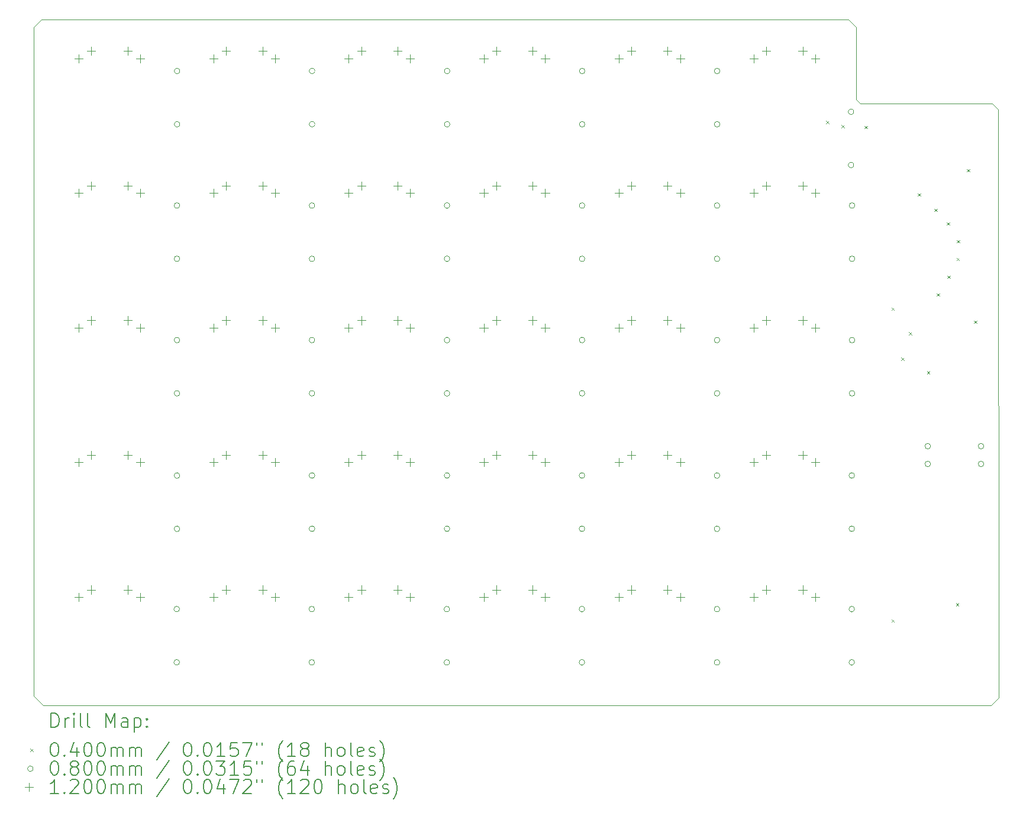
<source format=gbr>
%TF.GenerationSoftware,KiCad,Pcbnew,(6.0.8)*%
%TF.CreationDate,2023-02-14T18:00:57+07:00*%
%TF.ProjectId,dongle_256o,646f6e67-6c65-45f3-9235-366f2e6b6963,rev?*%
%TF.SameCoordinates,Original*%
%TF.FileFunction,Drillmap*%
%TF.FilePolarity,Positive*%
%FSLAX45Y45*%
G04 Gerber Fmt 4.5, Leading zero omitted, Abs format (unit mm)*
G04 Created by KiCad (PCBNEW (6.0.8)) date 2023-02-14 18:00:57*
%MOMM*%
%LPD*%
G01*
G04 APERTURE LIST*
%ADD10C,0.100000*%
%ADD11C,0.200000*%
%ADD12C,0.040000*%
%ADD13C,0.080000*%
%ADD14C,0.120000*%
G04 APERTURE END LIST*
D10*
X16510000Y-5295000D02*
X16595000Y-5380000D01*
X14451000Y-4092000D02*
X14562000Y-4203000D01*
X2791000Y-4201000D02*
X2796000Y-13763000D01*
X14562000Y-4203000D02*
X14562000Y-5232000D01*
X16600000Y-13790000D02*
X16491000Y-13899000D01*
X2932000Y-13899000D02*
X16491000Y-13899000D01*
X2796000Y-13763000D02*
X2932000Y-13899000D01*
X16595000Y-5380000D02*
X16600000Y-13790000D01*
X2900000Y-4092000D02*
X2791000Y-4201000D01*
X2900000Y-4092000D02*
X14451000Y-4092000D01*
X14625000Y-5295000D02*
X16510000Y-5295000D01*
X14562000Y-5232000D02*
X14625000Y-5295000D01*
D11*
D12*
X14130000Y-5540000D02*
X14170000Y-5580000D01*
X14170000Y-5540000D02*
X14130000Y-5580000D01*
X14350000Y-5600000D02*
X14390000Y-5640000D01*
X14390000Y-5600000D02*
X14350000Y-5640000D01*
X14685000Y-5610000D02*
X14725000Y-5650000D01*
X14725000Y-5610000D02*
X14685000Y-5650000D01*
X15066500Y-8210000D02*
X15106500Y-8250000D01*
X15106500Y-8210000D02*
X15066500Y-8250000D01*
X15066500Y-12671500D02*
X15106500Y-12711500D01*
X15106500Y-12671500D02*
X15066500Y-12711500D01*
X15210000Y-8925000D02*
X15250000Y-8965000D01*
X15250000Y-8925000D02*
X15210000Y-8965000D01*
X15320000Y-8560000D02*
X15360000Y-8600000D01*
X15360000Y-8560000D02*
X15320000Y-8600000D01*
X15445000Y-6575000D02*
X15485000Y-6615000D01*
X15485000Y-6575000D02*
X15445000Y-6615000D01*
X15575000Y-9120000D02*
X15615000Y-9160000D01*
X15615000Y-9120000D02*
X15575000Y-9160000D01*
X15680000Y-6795000D02*
X15720000Y-6835000D01*
X15720000Y-6795000D02*
X15680000Y-6835000D01*
X15713500Y-8006500D02*
X15753500Y-8046500D01*
X15753500Y-8006500D02*
X15713500Y-8046500D01*
X15859500Y-6990500D02*
X15899500Y-7030500D01*
X15899500Y-6990500D02*
X15859500Y-7030500D01*
X15865000Y-7752500D02*
X15905000Y-7792500D01*
X15905000Y-7752500D02*
X15865000Y-7792500D01*
X15990000Y-12440000D02*
X16030000Y-12480000D01*
X16030000Y-12440000D02*
X15990000Y-12480000D01*
X16000000Y-7498500D02*
X16040000Y-7538500D01*
X16040000Y-7498500D02*
X16000000Y-7538500D01*
X16005000Y-7244500D02*
X16045000Y-7284500D01*
X16045000Y-7244500D02*
X16005000Y-7284500D01*
X16150000Y-6228500D02*
X16190000Y-6268500D01*
X16190000Y-6228500D02*
X16150000Y-6268500D01*
X16251250Y-8396250D02*
X16291250Y-8436250D01*
X16291250Y-8396250D02*
X16251250Y-8436250D01*
D13*
X4879800Y-12524750D02*
G75*
G03*
X4879800Y-12524750I-40000J0D01*
G01*
X4879800Y-13286750D02*
G75*
G03*
X4879800Y-13286750I-40000J0D01*
G01*
X4883800Y-6750500D02*
G75*
G03*
X4883800Y-6750500I-40000J0D01*
G01*
X4883800Y-7512500D02*
G75*
G03*
X4883800Y-7512500I-40000J0D01*
G01*
X4883800Y-8675250D02*
G75*
G03*
X4883800Y-8675250I-40000J0D01*
G01*
X4883800Y-9437250D02*
G75*
G03*
X4883800Y-9437250I-40000J0D01*
G01*
X4883800Y-10613000D02*
G75*
G03*
X4883800Y-10613000I-40000J0D01*
G01*
X4883800Y-11375000D02*
G75*
G03*
X4883800Y-11375000I-40000J0D01*
G01*
X4885800Y-4825750D02*
G75*
G03*
X4885800Y-4825750I-40000J0D01*
G01*
X4885800Y-5587750D02*
G75*
G03*
X4885800Y-5587750I-40000J0D01*
G01*
X6812600Y-12524750D02*
G75*
G03*
X6812600Y-12524750I-40000J0D01*
G01*
X6812600Y-13286750D02*
G75*
G03*
X6812600Y-13286750I-40000J0D01*
G01*
X6815800Y-6750500D02*
G75*
G03*
X6815800Y-6750500I-40000J0D01*
G01*
X6815800Y-7512500D02*
G75*
G03*
X6815800Y-7512500I-40000J0D01*
G01*
X6815800Y-8675250D02*
G75*
G03*
X6815800Y-8675250I-40000J0D01*
G01*
X6815800Y-9437250D02*
G75*
G03*
X6815800Y-9437250I-40000J0D01*
G01*
X6815800Y-10613000D02*
G75*
G03*
X6815800Y-10613000I-40000J0D01*
G01*
X6815800Y-11375000D02*
G75*
G03*
X6815800Y-11375000I-40000J0D01*
G01*
X6817400Y-4825750D02*
G75*
G03*
X6817400Y-4825750I-40000J0D01*
G01*
X6817400Y-5587750D02*
G75*
G03*
X6817400Y-5587750I-40000J0D01*
G01*
X8745400Y-12524750D02*
G75*
G03*
X8745400Y-12524750I-40000J0D01*
G01*
X8745400Y-13286750D02*
G75*
G03*
X8745400Y-13286750I-40000J0D01*
G01*
X8747800Y-6750500D02*
G75*
G03*
X8747800Y-6750500I-40000J0D01*
G01*
X8747800Y-7512500D02*
G75*
G03*
X8747800Y-7512500I-40000J0D01*
G01*
X8747800Y-8675250D02*
G75*
G03*
X8747800Y-8675250I-40000J0D01*
G01*
X8747800Y-9437250D02*
G75*
G03*
X8747800Y-9437250I-40000J0D01*
G01*
X8747800Y-10613000D02*
G75*
G03*
X8747800Y-10613000I-40000J0D01*
G01*
X8747800Y-11375000D02*
G75*
G03*
X8747800Y-11375000I-40000J0D01*
G01*
X8749000Y-4825750D02*
G75*
G03*
X8749000Y-4825750I-40000J0D01*
G01*
X8749000Y-5587750D02*
G75*
G03*
X8749000Y-5587750I-40000J0D01*
G01*
X10678200Y-12524750D02*
G75*
G03*
X10678200Y-12524750I-40000J0D01*
G01*
X10678200Y-13286750D02*
G75*
G03*
X10678200Y-13286750I-40000J0D01*
G01*
X10679800Y-6750500D02*
G75*
G03*
X10679800Y-6750500I-40000J0D01*
G01*
X10679800Y-7512500D02*
G75*
G03*
X10679800Y-7512500I-40000J0D01*
G01*
X10679800Y-8675250D02*
G75*
G03*
X10679800Y-8675250I-40000J0D01*
G01*
X10679800Y-9437250D02*
G75*
G03*
X10679800Y-9437250I-40000J0D01*
G01*
X10679800Y-10613000D02*
G75*
G03*
X10679800Y-10613000I-40000J0D01*
G01*
X10679800Y-11375000D02*
G75*
G03*
X10679800Y-11375000I-40000J0D01*
G01*
X10680600Y-4825750D02*
G75*
G03*
X10680600Y-4825750I-40000J0D01*
G01*
X10680600Y-5587750D02*
G75*
G03*
X10680600Y-5587750I-40000J0D01*
G01*
X12611000Y-12524750D02*
G75*
G03*
X12611000Y-12524750I-40000J0D01*
G01*
X12611000Y-13286750D02*
G75*
G03*
X12611000Y-13286750I-40000J0D01*
G01*
X12611800Y-6750500D02*
G75*
G03*
X12611800Y-6750500I-40000J0D01*
G01*
X12611800Y-7512500D02*
G75*
G03*
X12611800Y-7512500I-40000J0D01*
G01*
X12611800Y-8675250D02*
G75*
G03*
X12611800Y-8675250I-40000J0D01*
G01*
X12611800Y-9437250D02*
G75*
G03*
X12611800Y-9437250I-40000J0D01*
G01*
X12611800Y-10613000D02*
G75*
G03*
X12611800Y-10613000I-40000J0D01*
G01*
X12611800Y-11375000D02*
G75*
G03*
X12611800Y-11375000I-40000J0D01*
G01*
X12612200Y-4825750D02*
G75*
G03*
X12612200Y-4825750I-40000J0D01*
G01*
X12612200Y-5587750D02*
G75*
G03*
X12612200Y-5587750I-40000J0D01*
G01*
X14530000Y-5409000D02*
G75*
G03*
X14530000Y-5409000I-40000J0D01*
G01*
X14530000Y-6171000D02*
G75*
G03*
X14530000Y-6171000I-40000J0D01*
G01*
X14540000Y-10613000D02*
G75*
G03*
X14540000Y-10613000I-40000J0D01*
G01*
X14540000Y-11375000D02*
G75*
G03*
X14540000Y-11375000I-40000J0D01*
G01*
X14540000Y-12524750D02*
G75*
G03*
X14540000Y-12524750I-40000J0D01*
G01*
X14540000Y-13286750D02*
G75*
G03*
X14540000Y-13286750I-40000J0D01*
G01*
X14543800Y-6750500D02*
G75*
G03*
X14543800Y-6750500I-40000J0D01*
G01*
X14543800Y-7512500D02*
G75*
G03*
X14543800Y-7512500I-40000J0D01*
G01*
X14543800Y-8675250D02*
G75*
G03*
X14543800Y-8675250I-40000J0D01*
G01*
X14543800Y-9437250D02*
G75*
G03*
X14543800Y-9437250I-40000J0D01*
G01*
X15628000Y-10193500D02*
G75*
G03*
X15628000Y-10193500I-40000J0D01*
G01*
X15628000Y-10447500D02*
G75*
G03*
X15628000Y-10447500I-40000J0D01*
G01*
X16390000Y-10193500D02*
G75*
G03*
X16390000Y-10193500I-40000J0D01*
G01*
X16390000Y-10447500D02*
G75*
G03*
X16390000Y-10447500I-40000J0D01*
G01*
D14*
X3437000Y-4585725D02*
X3437000Y-4705725D01*
X3377000Y-4645725D02*
X3497000Y-4645725D01*
X3437000Y-6512300D02*
X3437000Y-6632300D01*
X3377000Y-6572300D02*
X3497000Y-6572300D01*
X3437000Y-8438875D02*
X3437000Y-8558875D01*
X3377000Y-8498875D02*
X3497000Y-8498875D01*
X3437000Y-10365450D02*
X3437000Y-10485450D01*
X3377000Y-10425450D02*
X3497000Y-10425450D01*
X3437000Y-12292025D02*
X3437000Y-12412025D01*
X3377000Y-12352025D02*
X3497000Y-12352025D01*
X3617000Y-4480725D02*
X3617000Y-4600725D01*
X3557000Y-4540725D02*
X3677000Y-4540725D01*
X3617000Y-6407300D02*
X3617000Y-6527300D01*
X3557000Y-6467300D02*
X3677000Y-6467300D01*
X3617000Y-8333875D02*
X3617000Y-8453875D01*
X3557000Y-8393875D02*
X3677000Y-8393875D01*
X3617000Y-10260450D02*
X3617000Y-10380450D01*
X3557000Y-10320450D02*
X3677000Y-10320450D01*
X3617000Y-12187025D02*
X3617000Y-12307025D01*
X3557000Y-12247025D02*
X3677000Y-12247025D01*
X4137000Y-4480725D02*
X4137000Y-4600725D01*
X4077000Y-4540725D02*
X4197000Y-4540725D01*
X4137000Y-6407300D02*
X4137000Y-6527300D01*
X4077000Y-6467300D02*
X4197000Y-6467300D01*
X4137000Y-8333875D02*
X4137000Y-8453875D01*
X4077000Y-8393875D02*
X4197000Y-8393875D01*
X4137000Y-10260450D02*
X4137000Y-10380450D01*
X4077000Y-10320450D02*
X4197000Y-10320450D01*
X4137000Y-12187025D02*
X4137000Y-12307025D01*
X4077000Y-12247025D02*
X4197000Y-12247025D01*
X4317000Y-4585725D02*
X4317000Y-4705725D01*
X4257000Y-4645725D02*
X4377000Y-4645725D01*
X4317000Y-6512300D02*
X4317000Y-6632300D01*
X4257000Y-6572300D02*
X4377000Y-6572300D01*
X4317000Y-8438875D02*
X4317000Y-8558875D01*
X4257000Y-8498875D02*
X4377000Y-8498875D01*
X4317000Y-10365450D02*
X4317000Y-10485450D01*
X4257000Y-10425450D02*
X4377000Y-10425450D01*
X4317000Y-12292025D02*
X4317000Y-12412025D01*
X4257000Y-12352025D02*
X4377000Y-12352025D01*
X5369000Y-4585725D02*
X5369000Y-4705725D01*
X5309000Y-4645725D02*
X5429000Y-4645725D01*
X5369000Y-6512300D02*
X5369000Y-6632300D01*
X5309000Y-6572300D02*
X5429000Y-6572300D01*
X5369000Y-8438875D02*
X5369000Y-8558875D01*
X5309000Y-8498875D02*
X5429000Y-8498875D01*
X5369000Y-10365450D02*
X5369000Y-10485450D01*
X5309000Y-10425450D02*
X5429000Y-10425450D01*
X5369000Y-12292025D02*
X5369000Y-12412025D01*
X5309000Y-12352025D02*
X5429000Y-12352025D01*
X5549000Y-4480725D02*
X5549000Y-4600725D01*
X5489000Y-4540725D02*
X5609000Y-4540725D01*
X5549000Y-6407300D02*
X5549000Y-6527300D01*
X5489000Y-6467300D02*
X5609000Y-6467300D01*
X5549000Y-8333875D02*
X5549000Y-8453875D01*
X5489000Y-8393875D02*
X5609000Y-8393875D01*
X5549000Y-10260450D02*
X5549000Y-10380450D01*
X5489000Y-10320450D02*
X5609000Y-10320450D01*
X5549000Y-12187025D02*
X5549000Y-12307025D01*
X5489000Y-12247025D02*
X5609000Y-12247025D01*
X6069000Y-4480725D02*
X6069000Y-4600725D01*
X6009000Y-4540725D02*
X6129000Y-4540725D01*
X6069000Y-6407300D02*
X6069000Y-6527300D01*
X6009000Y-6467300D02*
X6129000Y-6467300D01*
X6069000Y-8333875D02*
X6069000Y-8453875D01*
X6009000Y-8393875D02*
X6129000Y-8393875D01*
X6069000Y-10260450D02*
X6069000Y-10380450D01*
X6009000Y-10320450D02*
X6129000Y-10320450D01*
X6069000Y-12187025D02*
X6069000Y-12307025D01*
X6009000Y-12247025D02*
X6129000Y-12247025D01*
X6249000Y-4585725D02*
X6249000Y-4705725D01*
X6189000Y-4645725D02*
X6309000Y-4645725D01*
X6249000Y-6512300D02*
X6249000Y-6632300D01*
X6189000Y-6572300D02*
X6309000Y-6572300D01*
X6249000Y-8438875D02*
X6249000Y-8558875D01*
X6189000Y-8498875D02*
X6309000Y-8498875D01*
X6249000Y-10365450D02*
X6249000Y-10485450D01*
X6189000Y-10425450D02*
X6309000Y-10425450D01*
X6249000Y-12292025D02*
X6249000Y-12412025D01*
X6189000Y-12352025D02*
X6309000Y-12352025D01*
X7301000Y-4585725D02*
X7301000Y-4705725D01*
X7241000Y-4645725D02*
X7361000Y-4645725D01*
X7301000Y-6512300D02*
X7301000Y-6632300D01*
X7241000Y-6572300D02*
X7361000Y-6572300D01*
X7301000Y-8438875D02*
X7301000Y-8558875D01*
X7241000Y-8498875D02*
X7361000Y-8498875D01*
X7301000Y-10365450D02*
X7301000Y-10485450D01*
X7241000Y-10425450D02*
X7361000Y-10425450D01*
X7301000Y-12292025D02*
X7301000Y-12412025D01*
X7241000Y-12352025D02*
X7361000Y-12352025D01*
X7481000Y-4480725D02*
X7481000Y-4600725D01*
X7421000Y-4540725D02*
X7541000Y-4540725D01*
X7481000Y-6407300D02*
X7481000Y-6527300D01*
X7421000Y-6467300D02*
X7541000Y-6467300D01*
X7481000Y-8333875D02*
X7481000Y-8453875D01*
X7421000Y-8393875D02*
X7541000Y-8393875D01*
X7481000Y-10260450D02*
X7481000Y-10380450D01*
X7421000Y-10320450D02*
X7541000Y-10320450D01*
X7481000Y-12187025D02*
X7481000Y-12307025D01*
X7421000Y-12247025D02*
X7541000Y-12247025D01*
X8001000Y-4480725D02*
X8001000Y-4600725D01*
X7941000Y-4540725D02*
X8061000Y-4540725D01*
X8001000Y-6407300D02*
X8001000Y-6527300D01*
X7941000Y-6467300D02*
X8061000Y-6467300D01*
X8001000Y-8333875D02*
X8001000Y-8453875D01*
X7941000Y-8393875D02*
X8061000Y-8393875D01*
X8001000Y-10260450D02*
X8001000Y-10380450D01*
X7941000Y-10320450D02*
X8061000Y-10320450D01*
X8001000Y-12187025D02*
X8001000Y-12307025D01*
X7941000Y-12247025D02*
X8061000Y-12247025D01*
X8181000Y-4585725D02*
X8181000Y-4705725D01*
X8121000Y-4645725D02*
X8241000Y-4645725D01*
X8181000Y-6512300D02*
X8181000Y-6632300D01*
X8121000Y-6572300D02*
X8241000Y-6572300D01*
X8181000Y-8438875D02*
X8181000Y-8558875D01*
X8121000Y-8498875D02*
X8241000Y-8498875D01*
X8181000Y-10365450D02*
X8181000Y-10485450D01*
X8121000Y-10425450D02*
X8241000Y-10425450D01*
X8181000Y-12292025D02*
X8181000Y-12412025D01*
X8121000Y-12352025D02*
X8241000Y-12352025D01*
X9233000Y-4585725D02*
X9233000Y-4705725D01*
X9173000Y-4645725D02*
X9293000Y-4645725D01*
X9233000Y-6512300D02*
X9233000Y-6632300D01*
X9173000Y-6572300D02*
X9293000Y-6572300D01*
X9233000Y-8438875D02*
X9233000Y-8558875D01*
X9173000Y-8498875D02*
X9293000Y-8498875D01*
X9233000Y-10365450D02*
X9233000Y-10485450D01*
X9173000Y-10425450D02*
X9293000Y-10425450D01*
X9233000Y-12292025D02*
X9233000Y-12412025D01*
X9173000Y-12352025D02*
X9293000Y-12352025D01*
X9413000Y-4480725D02*
X9413000Y-4600725D01*
X9353000Y-4540725D02*
X9473000Y-4540725D01*
X9413000Y-6407300D02*
X9413000Y-6527300D01*
X9353000Y-6467300D02*
X9473000Y-6467300D01*
X9413000Y-8333875D02*
X9413000Y-8453875D01*
X9353000Y-8393875D02*
X9473000Y-8393875D01*
X9413000Y-10260450D02*
X9413000Y-10380450D01*
X9353000Y-10320450D02*
X9473000Y-10320450D01*
X9413000Y-12187025D02*
X9413000Y-12307025D01*
X9353000Y-12247025D02*
X9473000Y-12247025D01*
X9933000Y-4480725D02*
X9933000Y-4600725D01*
X9873000Y-4540725D02*
X9993000Y-4540725D01*
X9933000Y-6407300D02*
X9933000Y-6527300D01*
X9873000Y-6467300D02*
X9993000Y-6467300D01*
X9933000Y-8333875D02*
X9933000Y-8453875D01*
X9873000Y-8393875D02*
X9993000Y-8393875D01*
X9933000Y-10260450D02*
X9933000Y-10380450D01*
X9873000Y-10320450D02*
X9993000Y-10320450D01*
X9933000Y-12187025D02*
X9933000Y-12307025D01*
X9873000Y-12247025D02*
X9993000Y-12247025D01*
X10113000Y-4585725D02*
X10113000Y-4705725D01*
X10053000Y-4645725D02*
X10173000Y-4645725D01*
X10113000Y-6512300D02*
X10113000Y-6632300D01*
X10053000Y-6572300D02*
X10173000Y-6572300D01*
X10113000Y-8438875D02*
X10113000Y-8558875D01*
X10053000Y-8498875D02*
X10173000Y-8498875D01*
X10113000Y-10365450D02*
X10113000Y-10485450D01*
X10053000Y-10425450D02*
X10173000Y-10425450D01*
X10113000Y-12292025D02*
X10113000Y-12412025D01*
X10053000Y-12352025D02*
X10173000Y-12352025D01*
X11165000Y-4585725D02*
X11165000Y-4705725D01*
X11105000Y-4645725D02*
X11225000Y-4645725D01*
X11165000Y-6512300D02*
X11165000Y-6632300D01*
X11105000Y-6572300D02*
X11225000Y-6572300D01*
X11165000Y-8438875D02*
X11165000Y-8558875D01*
X11105000Y-8498875D02*
X11225000Y-8498875D01*
X11165000Y-10365450D02*
X11165000Y-10485450D01*
X11105000Y-10425450D02*
X11225000Y-10425450D01*
X11165000Y-12292025D02*
X11165000Y-12412025D01*
X11105000Y-12352025D02*
X11225000Y-12352025D01*
X11345000Y-4480725D02*
X11345000Y-4600725D01*
X11285000Y-4540725D02*
X11405000Y-4540725D01*
X11345000Y-6407300D02*
X11345000Y-6527300D01*
X11285000Y-6467300D02*
X11405000Y-6467300D01*
X11345000Y-8333875D02*
X11345000Y-8453875D01*
X11285000Y-8393875D02*
X11405000Y-8393875D01*
X11345000Y-10260450D02*
X11345000Y-10380450D01*
X11285000Y-10320450D02*
X11405000Y-10320450D01*
X11345000Y-12187025D02*
X11345000Y-12307025D01*
X11285000Y-12247025D02*
X11405000Y-12247025D01*
X11865000Y-4480725D02*
X11865000Y-4600725D01*
X11805000Y-4540725D02*
X11925000Y-4540725D01*
X11865000Y-6407300D02*
X11865000Y-6527300D01*
X11805000Y-6467300D02*
X11925000Y-6467300D01*
X11865000Y-8333875D02*
X11865000Y-8453875D01*
X11805000Y-8393875D02*
X11925000Y-8393875D01*
X11865000Y-10260450D02*
X11865000Y-10380450D01*
X11805000Y-10320450D02*
X11925000Y-10320450D01*
X11865000Y-12187025D02*
X11865000Y-12307025D01*
X11805000Y-12247025D02*
X11925000Y-12247025D01*
X12045000Y-4585725D02*
X12045000Y-4705725D01*
X11985000Y-4645725D02*
X12105000Y-4645725D01*
X12045000Y-6512300D02*
X12045000Y-6632300D01*
X11985000Y-6572300D02*
X12105000Y-6572300D01*
X12045000Y-8438875D02*
X12045000Y-8558875D01*
X11985000Y-8498875D02*
X12105000Y-8498875D01*
X12045000Y-10365450D02*
X12045000Y-10485450D01*
X11985000Y-10425450D02*
X12105000Y-10425450D01*
X12045000Y-12292025D02*
X12045000Y-12412025D01*
X11985000Y-12352025D02*
X12105000Y-12352025D01*
X13097000Y-4585725D02*
X13097000Y-4705725D01*
X13037000Y-4645725D02*
X13157000Y-4645725D01*
X13097000Y-6512300D02*
X13097000Y-6632300D01*
X13037000Y-6572300D02*
X13157000Y-6572300D01*
X13097000Y-8438875D02*
X13097000Y-8558875D01*
X13037000Y-8498875D02*
X13157000Y-8498875D01*
X13097000Y-10365450D02*
X13097000Y-10485450D01*
X13037000Y-10425450D02*
X13157000Y-10425450D01*
X13097000Y-12292025D02*
X13097000Y-12412025D01*
X13037000Y-12352025D02*
X13157000Y-12352025D01*
X13277000Y-4480725D02*
X13277000Y-4600725D01*
X13217000Y-4540725D02*
X13337000Y-4540725D01*
X13277000Y-6407300D02*
X13277000Y-6527300D01*
X13217000Y-6467300D02*
X13337000Y-6467300D01*
X13277000Y-8333875D02*
X13277000Y-8453875D01*
X13217000Y-8393875D02*
X13337000Y-8393875D01*
X13277000Y-10260450D02*
X13277000Y-10380450D01*
X13217000Y-10320450D02*
X13337000Y-10320450D01*
X13277000Y-12187025D02*
X13277000Y-12307025D01*
X13217000Y-12247025D02*
X13337000Y-12247025D01*
X13797000Y-4480725D02*
X13797000Y-4600725D01*
X13737000Y-4540725D02*
X13857000Y-4540725D01*
X13797000Y-6407300D02*
X13797000Y-6527300D01*
X13737000Y-6467300D02*
X13857000Y-6467300D01*
X13797000Y-8333875D02*
X13797000Y-8453875D01*
X13737000Y-8393875D02*
X13857000Y-8393875D01*
X13797000Y-10260450D02*
X13797000Y-10380450D01*
X13737000Y-10320450D02*
X13857000Y-10320450D01*
X13797000Y-12187025D02*
X13797000Y-12307025D01*
X13737000Y-12247025D02*
X13857000Y-12247025D01*
X13977000Y-4585725D02*
X13977000Y-4705725D01*
X13917000Y-4645725D02*
X14037000Y-4645725D01*
X13977000Y-6512300D02*
X13977000Y-6632300D01*
X13917000Y-6572300D02*
X14037000Y-6572300D01*
X13977000Y-8438875D02*
X13977000Y-8558875D01*
X13917000Y-8498875D02*
X14037000Y-8498875D01*
X13977000Y-10365450D02*
X13977000Y-10485450D01*
X13917000Y-10425450D02*
X14037000Y-10425450D01*
X13977000Y-12292025D02*
X13977000Y-12412025D01*
X13917000Y-12352025D02*
X14037000Y-12352025D01*
D11*
X3043619Y-14214476D02*
X3043619Y-14014476D01*
X3091238Y-14014476D01*
X3119809Y-14024000D01*
X3138857Y-14043048D01*
X3148381Y-14062095D01*
X3157905Y-14100190D01*
X3157905Y-14128762D01*
X3148381Y-14166857D01*
X3138857Y-14185905D01*
X3119809Y-14204952D01*
X3091238Y-14214476D01*
X3043619Y-14214476D01*
X3243619Y-14214476D02*
X3243619Y-14081143D01*
X3243619Y-14119238D02*
X3253143Y-14100190D01*
X3262667Y-14090667D01*
X3281714Y-14081143D01*
X3300762Y-14081143D01*
X3367428Y-14214476D02*
X3367428Y-14081143D01*
X3367428Y-14014476D02*
X3357905Y-14024000D01*
X3367428Y-14033524D01*
X3376952Y-14024000D01*
X3367428Y-14014476D01*
X3367428Y-14033524D01*
X3491238Y-14214476D02*
X3472190Y-14204952D01*
X3462667Y-14185905D01*
X3462667Y-14014476D01*
X3596000Y-14214476D02*
X3576952Y-14204952D01*
X3567428Y-14185905D01*
X3567428Y-14014476D01*
X3824571Y-14214476D02*
X3824571Y-14014476D01*
X3891238Y-14157333D01*
X3957905Y-14014476D01*
X3957905Y-14214476D01*
X4138857Y-14214476D02*
X4138857Y-14109714D01*
X4129333Y-14090667D01*
X4110286Y-14081143D01*
X4072190Y-14081143D01*
X4053143Y-14090667D01*
X4138857Y-14204952D02*
X4119809Y-14214476D01*
X4072190Y-14214476D01*
X4053143Y-14204952D01*
X4043619Y-14185905D01*
X4043619Y-14166857D01*
X4053143Y-14147809D01*
X4072190Y-14138286D01*
X4119809Y-14138286D01*
X4138857Y-14128762D01*
X4234095Y-14081143D02*
X4234095Y-14281143D01*
X4234095Y-14090667D02*
X4253143Y-14081143D01*
X4291238Y-14081143D01*
X4310286Y-14090667D01*
X4319810Y-14100190D01*
X4329333Y-14119238D01*
X4329333Y-14176381D01*
X4319810Y-14195428D01*
X4310286Y-14204952D01*
X4291238Y-14214476D01*
X4253143Y-14214476D01*
X4234095Y-14204952D01*
X4415048Y-14195428D02*
X4424571Y-14204952D01*
X4415048Y-14214476D01*
X4405524Y-14204952D01*
X4415048Y-14195428D01*
X4415048Y-14214476D01*
X4415048Y-14090667D02*
X4424571Y-14100190D01*
X4415048Y-14109714D01*
X4405524Y-14100190D01*
X4415048Y-14090667D01*
X4415048Y-14109714D01*
D12*
X2746000Y-14524000D02*
X2786000Y-14564000D01*
X2786000Y-14524000D02*
X2746000Y-14564000D01*
D11*
X3081714Y-14434476D02*
X3100762Y-14434476D01*
X3119809Y-14444000D01*
X3129333Y-14453524D01*
X3138857Y-14472571D01*
X3148381Y-14510667D01*
X3148381Y-14558286D01*
X3138857Y-14596381D01*
X3129333Y-14615428D01*
X3119809Y-14624952D01*
X3100762Y-14634476D01*
X3081714Y-14634476D01*
X3062667Y-14624952D01*
X3053143Y-14615428D01*
X3043619Y-14596381D01*
X3034095Y-14558286D01*
X3034095Y-14510667D01*
X3043619Y-14472571D01*
X3053143Y-14453524D01*
X3062667Y-14444000D01*
X3081714Y-14434476D01*
X3234095Y-14615428D02*
X3243619Y-14624952D01*
X3234095Y-14634476D01*
X3224571Y-14624952D01*
X3234095Y-14615428D01*
X3234095Y-14634476D01*
X3415048Y-14501143D02*
X3415048Y-14634476D01*
X3367428Y-14424952D02*
X3319809Y-14567809D01*
X3443619Y-14567809D01*
X3557905Y-14434476D02*
X3576952Y-14434476D01*
X3596000Y-14444000D01*
X3605524Y-14453524D01*
X3615048Y-14472571D01*
X3624571Y-14510667D01*
X3624571Y-14558286D01*
X3615048Y-14596381D01*
X3605524Y-14615428D01*
X3596000Y-14624952D01*
X3576952Y-14634476D01*
X3557905Y-14634476D01*
X3538857Y-14624952D01*
X3529333Y-14615428D01*
X3519809Y-14596381D01*
X3510286Y-14558286D01*
X3510286Y-14510667D01*
X3519809Y-14472571D01*
X3529333Y-14453524D01*
X3538857Y-14444000D01*
X3557905Y-14434476D01*
X3748381Y-14434476D02*
X3767428Y-14434476D01*
X3786476Y-14444000D01*
X3796000Y-14453524D01*
X3805524Y-14472571D01*
X3815048Y-14510667D01*
X3815048Y-14558286D01*
X3805524Y-14596381D01*
X3796000Y-14615428D01*
X3786476Y-14624952D01*
X3767428Y-14634476D01*
X3748381Y-14634476D01*
X3729333Y-14624952D01*
X3719809Y-14615428D01*
X3710286Y-14596381D01*
X3700762Y-14558286D01*
X3700762Y-14510667D01*
X3710286Y-14472571D01*
X3719809Y-14453524D01*
X3729333Y-14444000D01*
X3748381Y-14434476D01*
X3900762Y-14634476D02*
X3900762Y-14501143D01*
X3900762Y-14520190D02*
X3910286Y-14510667D01*
X3929333Y-14501143D01*
X3957905Y-14501143D01*
X3976952Y-14510667D01*
X3986476Y-14529714D01*
X3986476Y-14634476D01*
X3986476Y-14529714D02*
X3996000Y-14510667D01*
X4015048Y-14501143D01*
X4043619Y-14501143D01*
X4062667Y-14510667D01*
X4072190Y-14529714D01*
X4072190Y-14634476D01*
X4167428Y-14634476D02*
X4167428Y-14501143D01*
X4167428Y-14520190D02*
X4176952Y-14510667D01*
X4196000Y-14501143D01*
X4224571Y-14501143D01*
X4243619Y-14510667D01*
X4253143Y-14529714D01*
X4253143Y-14634476D01*
X4253143Y-14529714D02*
X4262667Y-14510667D01*
X4281714Y-14501143D01*
X4310286Y-14501143D01*
X4329333Y-14510667D01*
X4338857Y-14529714D01*
X4338857Y-14634476D01*
X4729333Y-14424952D02*
X4557905Y-14682095D01*
X4986476Y-14434476D02*
X5005524Y-14434476D01*
X5024571Y-14444000D01*
X5034095Y-14453524D01*
X5043619Y-14472571D01*
X5053143Y-14510667D01*
X5053143Y-14558286D01*
X5043619Y-14596381D01*
X5034095Y-14615428D01*
X5024571Y-14624952D01*
X5005524Y-14634476D01*
X4986476Y-14634476D01*
X4967429Y-14624952D01*
X4957905Y-14615428D01*
X4948381Y-14596381D01*
X4938857Y-14558286D01*
X4938857Y-14510667D01*
X4948381Y-14472571D01*
X4957905Y-14453524D01*
X4967429Y-14444000D01*
X4986476Y-14434476D01*
X5138857Y-14615428D02*
X5148381Y-14624952D01*
X5138857Y-14634476D01*
X5129333Y-14624952D01*
X5138857Y-14615428D01*
X5138857Y-14634476D01*
X5272190Y-14434476D02*
X5291238Y-14434476D01*
X5310286Y-14444000D01*
X5319810Y-14453524D01*
X5329333Y-14472571D01*
X5338857Y-14510667D01*
X5338857Y-14558286D01*
X5329333Y-14596381D01*
X5319810Y-14615428D01*
X5310286Y-14624952D01*
X5291238Y-14634476D01*
X5272190Y-14634476D01*
X5253143Y-14624952D01*
X5243619Y-14615428D01*
X5234095Y-14596381D01*
X5224571Y-14558286D01*
X5224571Y-14510667D01*
X5234095Y-14472571D01*
X5243619Y-14453524D01*
X5253143Y-14444000D01*
X5272190Y-14434476D01*
X5529333Y-14634476D02*
X5415048Y-14634476D01*
X5472190Y-14634476D02*
X5472190Y-14434476D01*
X5453143Y-14463048D01*
X5434095Y-14482095D01*
X5415048Y-14491619D01*
X5710286Y-14434476D02*
X5615048Y-14434476D01*
X5605524Y-14529714D01*
X5615048Y-14520190D01*
X5634095Y-14510667D01*
X5681714Y-14510667D01*
X5700762Y-14520190D01*
X5710286Y-14529714D01*
X5719809Y-14548762D01*
X5719809Y-14596381D01*
X5710286Y-14615428D01*
X5700762Y-14624952D01*
X5681714Y-14634476D01*
X5634095Y-14634476D01*
X5615048Y-14624952D01*
X5605524Y-14615428D01*
X5786476Y-14434476D02*
X5919809Y-14434476D01*
X5834095Y-14634476D01*
X5986476Y-14434476D02*
X5986476Y-14472571D01*
X6062667Y-14434476D02*
X6062667Y-14472571D01*
X6357905Y-14710667D02*
X6348381Y-14701143D01*
X6329333Y-14672571D01*
X6319809Y-14653524D01*
X6310286Y-14624952D01*
X6300762Y-14577333D01*
X6300762Y-14539238D01*
X6310286Y-14491619D01*
X6319809Y-14463048D01*
X6329333Y-14444000D01*
X6348381Y-14415428D01*
X6357905Y-14405905D01*
X6538857Y-14634476D02*
X6424571Y-14634476D01*
X6481714Y-14634476D02*
X6481714Y-14434476D01*
X6462667Y-14463048D01*
X6443619Y-14482095D01*
X6424571Y-14491619D01*
X6653143Y-14520190D02*
X6634095Y-14510667D01*
X6624571Y-14501143D01*
X6615048Y-14482095D01*
X6615048Y-14472571D01*
X6624571Y-14453524D01*
X6634095Y-14444000D01*
X6653143Y-14434476D01*
X6691238Y-14434476D01*
X6710286Y-14444000D01*
X6719809Y-14453524D01*
X6729333Y-14472571D01*
X6729333Y-14482095D01*
X6719809Y-14501143D01*
X6710286Y-14510667D01*
X6691238Y-14520190D01*
X6653143Y-14520190D01*
X6634095Y-14529714D01*
X6624571Y-14539238D01*
X6615048Y-14558286D01*
X6615048Y-14596381D01*
X6624571Y-14615428D01*
X6634095Y-14624952D01*
X6653143Y-14634476D01*
X6691238Y-14634476D01*
X6710286Y-14624952D01*
X6719809Y-14615428D01*
X6729333Y-14596381D01*
X6729333Y-14558286D01*
X6719809Y-14539238D01*
X6710286Y-14529714D01*
X6691238Y-14520190D01*
X6967428Y-14634476D02*
X6967428Y-14434476D01*
X7053143Y-14634476D02*
X7053143Y-14529714D01*
X7043619Y-14510667D01*
X7024571Y-14501143D01*
X6996000Y-14501143D01*
X6976952Y-14510667D01*
X6967428Y-14520190D01*
X7176952Y-14634476D02*
X7157905Y-14624952D01*
X7148381Y-14615428D01*
X7138857Y-14596381D01*
X7138857Y-14539238D01*
X7148381Y-14520190D01*
X7157905Y-14510667D01*
X7176952Y-14501143D01*
X7205524Y-14501143D01*
X7224571Y-14510667D01*
X7234095Y-14520190D01*
X7243619Y-14539238D01*
X7243619Y-14596381D01*
X7234095Y-14615428D01*
X7224571Y-14624952D01*
X7205524Y-14634476D01*
X7176952Y-14634476D01*
X7357905Y-14634476D02*
X7338857Y-14624952D01*
X7329333Y-14605905D01*
X7329333Y-14434476D01*
X7510286Y-14624952D02*
X7491238Y-14634476D01*
X7453143Y-14634476D01*
X7434095Y-14624952D01*
X7424571Y-14605905D01*
X7424571Y-14529714D01*
X7434095Y-14510667D01*
X7453143Y-14501143D01*
X7491238Y-14501143D01*
X7510286Y-14510667D01*
X7519809Y-14529714D01*
X7519809Y-14548762D01*
X7424571Y-14567809D01*
X7596000Y-14624952D02*
X7615048Y-14634476D01*
X7653143Y-14634476D01*
X7672190Y-14624952D01*
X7681714Y-14605905D01*
X7681714Y-14596381D01*
X7672190Y-14577333D01*
X7653143Y-14567809D01*
X7624571Y-14567809D01*
X7605524Y-14558286D01*
X7596000Y-14539238D01*
X7596000Y-14529714D01*
X7605524Y-14510667D01*
X7624571Y-14501143D01*
X7653143Y-14501143D01*
X7672190Y-14510667D01*
X7748381Y-14710667D02*
X7757905Y-14701143D01*
X7776952Y-14672571D01*
X7786476Y-14653524D01*
X7796000Y-14624952D01*
X7805524Y-14577333D01*
X7805524Y-14539238D01*
X7796000Y-14491619D01*
X7786476Y-14463048D01*
X7776952Y-14444000D01*
X7757905Y-14415428D01*
X7748381Y-14405905D01*
D13*
X2786000Y-14808000D02*
G75*
G03*
X2786000Y-14808000I-40000J0D01*
G01*
D11*
X3081714Y-14698476D02*
X3100762Y-14698476D01*
X3119809Y-14708000D01*
X3129333Y-14717524D01*
X3138857Y-14736571D01*
X3148381Y-14774667D01*
X3148381Y-14822286D01*
X3138857Y-14860381D01*
X3129333Y-14879428D01*
X3119809Y-14888952D01*
X3100762Y-14898476D01*
X3081714Y-14898476D01*
X3062667Y-14888952D01*
X3053143Y-14879428D01*
X3043619Y-14860381D01*
X3034095Y-14822286D01*
X3034095Y-14774667D01*
X3043619Y-14736571D01*
X3053143Y-14717524D01*
X3062667Y-14708000D01*
X3081714Y-14698476D01*
X3234095Y-14879428D02*
X3243619Y-14888952D01*
X3234095Y-14898476D01*
X3224571Y-14888952D01*
X3234095Y-14879428D01*
X3234095Y-14898476D01*
X3357905Y-14784190D02*
X3338857Y-14774667D01*
X3329333Y-14765143D01*
X3319809Y-14746095D01*
X3319809Y-14736571D01*
X3329333Y-14717524D01*
X3338857Y-14708000D01*
X3357905Y-14698476D01*
X3396000Y-14698476D01*
X3415048Y-14708000D01*
X3424571Y-14717524D01*
X3434095Y-14736571D01*
X3434095Y-14746095D01*
X3424571Y-14765143D01*
X3415048Y-14774667D01*
X3396000Y-14784190D01*
X3357905Y-14784190D01*
X3338857Y-14793714D01*
X3329333Y-14803238D01*
X3319809Y-14822286D01*
X3319809Y-14860381D01*
X3329333Y-14879428D01*
X3338857Y-14888952D01*
X3357905Y-14898476D01*
X3396000Y-14898476D01*
X3415048Y-14888952D01*
X3424571Y-14879428D01*
X3434095Y-14860381D01*
X3434095Y-14822286D01*
X3424571Y-14803238D01*
X3415048Y-14793714D01*
X3396000Y-14784190D01*
X3557905Y-14698476D02*
X3576952Y-14698476D01*
X3596000Y-14708000D01*
X3605524Y-14717524D01*
X3615048Y-14736571D01*
X3624571Y-14774667D01*
X3624571Y-14822286D01*
X3615048Y-14860381D01*
X3605524Y-14879428D01*
X3596000Y-14888952D01*
X3576952Y-14898476D01*
X3557905Y-14898476D01*
X3538857Y-14888952D01*
X3529333Y-14879428D01*
X3519809Y-14860381D01*
X3510286Y-14822286D01*
X3510286Y-14774667D01*
X3519809Y-14736571D01*
X3529333Y-14717524D01*
X3538857Y-14708000D01*
X3557905Y-14698476D01*
X3748381Y-14698476D02*
X3767428Y-14698476D01*
X3786476Y-14708000D01*
X3796000Y-14717524D01*
X3805524Y-14736571D01*
X3815048Y-14774667D01*
X3815048Y-14822286D01*
X3805524Y-14860381D01*
X3796000Y-14879428D01*
X3786476Y-14888952D01*
X3767428Y-14898476D01*
X3748381Y-14898476D01*
X3729333Y-14888952D01*
X3719809Y-14879428D01*
X3710286Y-14860381D01*
X3700762Y-14822286D01*
X3700762Y-14774667D01*
X3710286Y-14736571D01*
X3719809Y-14717524D01*
X3729333Y-14708000D01*
X3748381Y-14698476D01*
X3900762Y-14898476D02*
X3900762Y-14765143D01*
X3900762Y-14784190D02*
X3910286Y-14774667D01*
X3929333Y-14765143D01*
X3957905Y-14765143D01*
X3976952Y-14774667D01*
X3986476Y-14793714D01*
X3986476Y-14898476D01*
X3986476Y-14793714D02*
X3996000Y-14774667D01*
X4015048Y-14765143D01*
X4043619Y-14765143D01*
X4062667Y-14774667D01*
X4072190Y-14793714D01*
X4072190Y-14898476D01*
X4167428Y-14898476D02*
X4167428Y-14765143D01*
X4167428Y-14784190D02*
X4176952Y-14774667D01*
X4196000Y-14765143D01*
X4224571Y-14765143D01*
X4243619Y-14774667D01*
X4253143Y-14793714D01*
X4253143Y-14898476D01*
X4253143Y-14793714D02*
X4262667Y-14774667D01*
X4281714Y-14765143D01*
X4310286Y-14765143D01*
X4329333Y-14774667D01*
X4338857Y-14793714D01*
X4338857Y-14898476D01*
X4729333Y-14688952D02*
X4557905Y-14946095D01*
X4986476Y-14698476D02*
X5005524Y-14698476D01*
X5024571Y-14708000D01*
X5034095Y-14717524D01*
X5043619Y-14736571D01*
X5053143Y-14774667D01*
X5053143Y-14822286D01*
X5043619Y-14860381D01*
X5034095Y-14879428D01*
X5024571Y-14888952D01*
X5005524Y-14898476D01*
X4986476Y-14898476D01*
X4967429Y-14888952D01*
X4957905Y-14879428D01*
X4948381Y-14860381D01*
X4938857Y-14822286D01*
X4938857Y-14774667D01*
X4948381Y-14736571D01*
X4957905Y-14717524D01*
X4967429Y-14708000D01*
X4986476Y-14698476D01*
X5138857Y-14879428D02*
X5148381Y-14888952D01*
X5138857Y-14898476D01*
X5129333Y-14888952D01*
X5138857Y-14879428D01*
X5138857Y-14898476D01*
X5272190Y-14698476D02*
X5291238Y-14698476D01*
X5310286Y-14708000D01*
X5319810Y-14717524D01*
X5329333Y-14736571D01*
X5338857Y-14774667D01*
X5338857Y-14822286D01*
X5329333Y-14860381D01*
X5319810Y-14879428D01*
X5310286Y-14888952D01*
X5291238Y-14898476D01*
X5272190Y-14898476D01*
X5253143Y-14888952D01*
X5243619Y-14879428D01*
X5234095Y-14860381D01*
X5224571Y-14822286D01*
X5224571Y-14774667D01*
X5234095Y-14736571D01*
X5243619Y-14717524D01*
X5253143Y-14708000D01*
X5272190Y-14698476D01*
X5405524Y-14698476D02*
X5529333Y-14698476D01*
X5462667Y-14774667D01*
X5491238Y-14774667D01*
X5510286Y-14784190D01*
X5519810Y-14793714D01*
X5529333Y-14812762D01*
X5529333Y-14860381D01*
X5519810Y-14879428D01*
X5510286Y-14888952D01*
X5491238Y-14898476D01*
X5434095Y-14898476D01*
X5415048Y-14888952D01*
X5405524Y-14879428D01*
X5719809Y-14898476D02*
X5605524Y-14898476D01*
X5662667Y-14898476D02*
X5662667Y-14698476D01*
X5643619Y-14727048D01*
X5624571Y-14746095D01*
X5605524Y-14755619D01*
X5900762Y-14698476D02*
X5805524Y-14698476D01*
X5796000Y-14793714D01*
X5805524Y-14784190D01*
X5824571Y-14774667D01*
X5872190Y-14774667D01*
X5891238Y-14784190D01*
X5900762Y-14793714D01*
X5910286Y-14812762D01*
X5910286Y-14860381D01*
X5900762Y-14879428D01*
X5891238Y-14888952D01*
X5872190Y-14898476D01*
X5824571Y-14898476D01*
X5805524Y-14888952D01*
X5796000Y-14879428D01*
X5986476Y-14698476D02*
X5986476Y-14736571D01*
X6062667Y-14698476D02*
X6062667Y-14736571D01*
X6357905Y-14974667D02*
X6348381Y-14965143D01*
X6329333Y-14936571D01*
X6319809Y-14917524D01*
X6310286Y-14888952D01*
X6300762Y-14841333D01*
X6300762Y-14803238D01*
X6310286Y-14755619D01*
X6319809Y-14727048D01*
X6329333Y-14708000D01*
X6348381Y-14679428D01*
X6357905Y-14669905D01*
X6519809Y-14698476D02*
X6481714Y-14698476D01*
X6462667Y-14708000D01*
X6453143Y-14717524D01*
X6434095Y-14746095D01*
X6424571Y-14784190D01*
X6424571Y-14860381D01*
X6434095Y-14879428D01*
X6443619Y-14888952D01*
X6462667Y-14898476D01*
X6500762Y-14898476D01*
X6519809Y-14888952D01*
X6529333Y-14879428D01*
X6538857Y-14860381D01*
X6538857Y-14812762D01*
X6529333Y-14793714D01*
X6519809Y-14784190D01*
X6500762Y-14774667D01*
X6462667Y-14774667D01*
X6443619Y-14784190D01*
X6434095Y-14793714D01*
X6424571Y-14812762D01*
X6710286Y-14765143D02*
X6710286Y-14898476D01*
X6662667Y-14688952D02*
X6615048Y-14831809D01*
X6738857Y-14831809D01*
X6967428Y-14898476D02*
X6967428Y-14698476D01*
X7053143Y-14898476D02*
X7053143Y-14793714D01*
X7043619Y-14774667D01*
X7024571Y-14765143D01*
X6996000Y-14765143D01*
X6976952Y-14774667D01*
X6967428Y-14784190D01*
X7176952Y-14898476D02*
X7157905Y-14888952D01*
X7148381Y-14879428D01*
X7138857Y-14860381D01*
X7138857Y-14803238D01*
X7148381Y-14784190D01*
X7157905Y-14774667D01*
X7176952Y-14765143D01*
X7205524Y-14765143D01*
X7224571Y-14774667D01*
X7234095Y-14784190D01*
X7243619Y-14803238D01*
X7243619Y-14860381D01*
X7234095Y-14879428D01*
X7224571Y-14888952D01*
X7205524Y-14898476D01*
X7176952Y-14898476D01*
X7357905Y-14898476D02*
X7338857Y-14888952D01*
X7329333Y-14869905D01*
X7329333Y-14698476D01*
X7510286Y-14888952D02*
X7491238Y-14898476D01*
X7453143Y-14898476D01*
X7434095Y-14888952D01*
X7424571Y-14869905D01*
X7424571Y-14793714D01*
X7434095Y-14774667D01*
X7453143Y-14765143D01*
X7491238Y-14765143D01*
X7510286Y-14774667D01*
X7519809Y-14793714D01*
X7519809Y-14812762D01*
X7424571Y-14831809D01*
X7596000Y-14888952D02*
X7615048Y-14898476D01*
X7653143Y-14898476D01*
X7672190Y-14888952D01*
X7681714Y-14869905D01*
X7681714Y-14860381D01*
X7672190Y-14841333D01*
X7653143Y-14831809D01*
X7624571Y-14831809D01*
X7605524Y-14822286D01*
X7596000Y-14803238D01*
X7596000Y-14793714D01*
X7605524Y-14774667D01*
X7624571Y-14765143D01*
X7653143Y-14765143D01*
X7672190Y-14774667D01*
X7748381Y-14974667D02*
X7757905Y-14965143D01*
X7776952Y-14936571D01*
X7786476Y-14917524D01*
X7796000Y-14888952D01*
X7805524Y-14841333D01*
X7805524Y-14803238D01*
X7796000Y-14755619D01*
X7786476Y-14727048D01*
X7776952Y-14708000D01*
X7757905Y-14679428D01*
X7748381Y-14669905D01*
D14*
X2726000Y-15012000D02*
X2726000Y-15132000D01*
X2666000Y-15072000D02*
X2786000Y-15072000D01*
D11*
X3148381Y-15162476D02*
X3034095Y-15162476D01*
X3091238Y-15162476D02*
X3091238Y-14962476D01*
X3072190Y-14991048D01*
X3053143Y-15010095D01*
X3034095Y-15019619D01*
X3234095Y-15143428D02*
X3243619Y-15152952D01*
X3234095Y-15162476D01*
X3224571Y-15152952D01*
X3234095Y-15143428D01*
X3234095Y-15162476D01*
X3319809Y-14981524D02*
X3329333Y-14972000D01*
X3348381Y-14962476D01*
X3396000Y-14962476D01*
X3415048Y-14972000D01*
X3424571Y-14981524D01*
X3434095Y-15000571D01*
X3434095Y-15019619D01*
X3424571Y-15048190D01*
X3310286Y-15162476D01*
X3434095Y-15162476D01*
X3557905Y-14962476D02*
X3576952Y-14962476D01*
X3596000Y-14972000D01*
X3605524Y-14981524D01*
X3615048Y-15000571D01*
X3624571Y-15038667D01*
X3624571Y-15086286D01*
X3615048Y-15124381D01*
X3605524Y-15143428D01*
X3596000Y-15152952D01*
X3576952Y-15162476D01*
X3557905Y-15162476D01*
X3538857Y-15152952D01*
X3529333Y-15143428D01*
X3519809Y-15124381D01*
X3510286Y-15086286D01*
X3510286Y-15038667D01*
X3519809Y-15000571D01*
X3529333Y-14981524D01*
X3538857Y-14972000D01*
X3557905Y-14962476D01*
X3748381Y-14962476D02*
X3767428Y-14962476D01*
X3786476Y-14972000D01*
X3796000Y-14981524D01*
X3805524Y-15000571D01*
X3815048Y-15038667D01*
X3815048Y-15086286D01*
X3805524Y-15124381D01*
X3796000Y-15143428D01*
X3786476Y-15152952D01*
X3767428Y-15162476D01*
X3748381Y-15162476D01*
X3729333Y-15152952D01*
X3719809Y-15143428D01*
X3710286Y-15124381D01*
X3700762Y-15086286D01*
X3700762Y-15038667D01*
X3710286Y-15000571D01*
X3719809Y-14981524D01*
X3729333Y-14972000D01*
X3748381Y-14962476D01*
X3900762Y-15162476D02*
X3900762Y-15029143D01*
X3900762Y-15048190D02*
X3910286Y-15038667D01*
X3929333Y-15029143D01*
X3957905Y-15029143D01*
X3976952Y-15038667D01*
X3986476Y-15057714D01*
X3986476Y-15162476D01*
X3986476Y-15057714D02*
X3996000Y-15038667D01*
X4015048Y-15029143D01*
X4043619Y-15029143D01*
X4062667Y-15038667D01*
X4072190Y-15057714D01*
X4072190Y-15162476D01*
X4167428Y-15162476D02*
X4167428Y-15029143D01*
X4167428Y-15048190D02*
X4176952Y-15038667D01*
X4196000Y-15029143D01*
X4224571Y-15029143D01*
X4243619Y-15038667D01*
X4253143Y-15057714D01*
X4253143Y-15162476D01*
X4253143Y-15057714D02*
X4262667Y-15038667D01*
X4281714Y-15029143D01*
X4310286Y-15029143D01*
X4329333Y-15038667D01*
X4338857Y-15057714D01*
X4338857Y-15162476D01*
X4729333Y-14952952D02*
X4557905Y-15210095D01*
X4986476Y-14962476D02*
X5005524Y-14962476D01*
X5024571Y-14972000D01*
X5034095Y-14981524D01*
X5043619Y-15000571D01*
X5053143Y-15038667D01*
X5053143Y-15086286D01*
X5043619Y-15124381D01*
X5034095Y-15143428D01*
X5024571Y-15152952D01*
X5005524Y-15162476D01*
X4986476Y-15162476D01*
X4967429Y-15152952D01*
X4957905Y-15143428D01*
X4948381Y-15124381D01*
X4938857Y-15086286D01*
X4938857Y-15038667D01*
X4948381Y-15000571D01*
X4957905Y-14981524D01*
X4967429Y-14972000D01*
X4986476Y-14962476D01*
X5138857Y-15143428D02*
X5148381Y-15152952D01*
X5138857Y-15162476D01*
X5129333Y-15152952D01*
X5138857Y-15143428D01*
X5138857Y-15162476D01*
X5272190Y-14962476D02*
X5291238Y-14962476D01*
X5310286Y-14972000D01*
X5319810Y-14981524D01*
X5329333Y-15000571D01*
X5338857Y-15038667D01*
X5338857Y-15086286D01*
X5329333Y-15124381D01*
X5319810Y-15143428D01*
X5310286Y-15152952D01*
X5291238Y-15162476D01*
X5272190Y-15162476D01*
X5253143Y-15152952D01*
X5243619Y-15143428D01*
X5234095Y-15124381D01*
X5224571Y-15086286D01*
X5224571Y-15038667D01*
X5234095Y-15000571D01*
X5243619Y-14981524D01*
X5253143Y-14972000D01*
X5272190Y-14962476D01*
X5510286Y-15029143D02*
X5510286Y-15162476D01*
X5462667Y-14952952D02*
X5415048Y-15095809D01*
X5538857Y-15095809D01*
X5596000Y-14962476D02*
X5729333Y-14962476D01*
X5643619Y-15162476D01*
X5796000Y-14981524D02*
X5805524Y-14972000D01*
X5824571Y-14962476D01*
X5872190Y-14962476D01*
X5891238Y-14972000D01*
X5900762Y-14981524D01*
X5910286Y-15000571D01*
X5910286Y-15019619D01*
X5900762Y-15048190D01*
X5786476Y-15162476D01*
X5910286Y-15162476D01*
X5986476Y-14962476D02*
X5986476Y-15000571D01*
X6062667Y-14962476D02*
X6062667Y-15000571D01*
X6357905Y-15238667D02*
X6348381Y-15229143D01*
X6329333Y-15200571D01*
X6319809Y-15181524D01*
X6310286Y-15152952D01*
X6300762Y-15105333D01*
X6300762Y-15067238D01*
X6310286Y-15019619D01*
X6319809Y-14991048D01*
X6329333Y-14972000D01*
X6348381Y-14943428D01*
X6357905Y-14933905D01*
X6538857Y-15162476D02*
X6424571Y-15162476D01*
X6481714Y-15162476D02*
X6481714Y-14962476D01*
X6462667Y-14991048D01*
X6443619Y-15010095D01*
X6424571Y-15019619D01*
X6615048Y-14981524D02*
X6624571Y-14972000D01*
X6643619Y-14962476D01*
X6691238Y-14962476D01*
X6710286Y-14972000D01*
X6719809Y-14981524D01*
X6729333Y-15000571D01*
X6729333Y-15019619D01*
X6719809Y-15048190D01*
X6605524Y-15162476D01*
X6729333Y-15162476D01*
X6853143Y-14962476D02*
X6872190Y-14962476D01*
X6891238Y-14972000D01*
X6900762Y-14981524D01*
X6910286Y-15000571D01*
X6919809Y-15038667D01*
X6919809Y-15086286D01*
X6910286Y-15124381D01*
X6900762Y-15143428D01*
X6891238Y-15152952D01*
X6872190Y-15162476D01*
X6853143Y-15162476D01*
X6834095Y-15152952D01*
X6824571Y-15143428D01*
X6815048Y-15124381D01*
X6805524Y-15086286D01*
X6805524Y-15038667D01*
X6815048Y-15000571D01*
X6824571Y-14981524D01*
X6834095Y-14972000D01*
X6853143Y-14962476D01*
X7157905Y-15162476D02*
X7157905Y-14962476D01*
X7243619Y-15162476D02*
X7243619Y-15057714D01*
X7234095Y-15038667D01*
X7215048Y-15029143D01*
X7186476Y-15029143D01*
X7167428Y-15038667D01*
X7157905Y-15048190D01*
X7367428Y-15162476D02*
X7348381Y-15152952D01*
X7338857Y-15143428D01*
X7329333Y-15124381D01*
X7329333Y-15067238D01*
X7338857Y-15048190D01*
X7348381Y-15038667D01*
X7367428Y-15029143D01*
X7396000Y-15029143D01*
X7415048Y-15038667D01*
X7424571Y-15048190D01*
X7434095Y-15067238D01*
X7434095Y-15124381D01*
X7424571Y-15143428D01*
X7415048Y-15152952D01*
X7396000Y-15162476D01*
X7367428Y-15162476D01*
X7548381Y-15162476D02*
X7529333Y-15152952D01*
X7519809Y-15133905D01*
X7519809Y-14962476D01*
X7700762Y-15152952D02*
X7681714Y-15162476D01*
X7643619Y-15162476D01*
X7624571Y-15152952D01*
X7615048Y-15133905D01*
X7615048Y-15057714D01*
X7624571Y-15038667D01*
X7643619Y-15029143D01*
X7681714Y-15029143D01*
X7700762Y-15038667D01*
X7710286Y-15057714D01*
X7710286Y-15076762D01*
X7615048Y-15095809D01*
X7786476Y-15152952D02*
X7805524Y-15162476D01*
X7843619Y-15162476D01*
X7862667Y-15152952D01*
X7872190Y-15133905D01*
X7872190Y-15124381D01*
X7862667Y-15105333D01*
X7843619Y-15095809D01*
X7815048Y-15095809D01*
X7796000Y-15086286D01*
X7786476Y-15067238D01*
X7786476Y-15057714D01*
X7796000Y-15038667D01*
X7815048Y-15029143D01*
X7843619Y-15029143D01*
X7862667Y-15038667D01*
X7938857Y-15238667D02*
X7948381Y-15229143D01*
X7967428Y-15200571D01*
X7976952Y-15181524D01*
X7986476Y-15152952D01*
X7996000Y-15105333D01*
X7996000Y-15067238D01*
X7986476Y-15019619D01*
X7976952Y-14991048D01*
X7967428Y-14972000D01*
X7948381Y-14943428D01*
X7938857Y-14933905D01*
M02*

</source>
